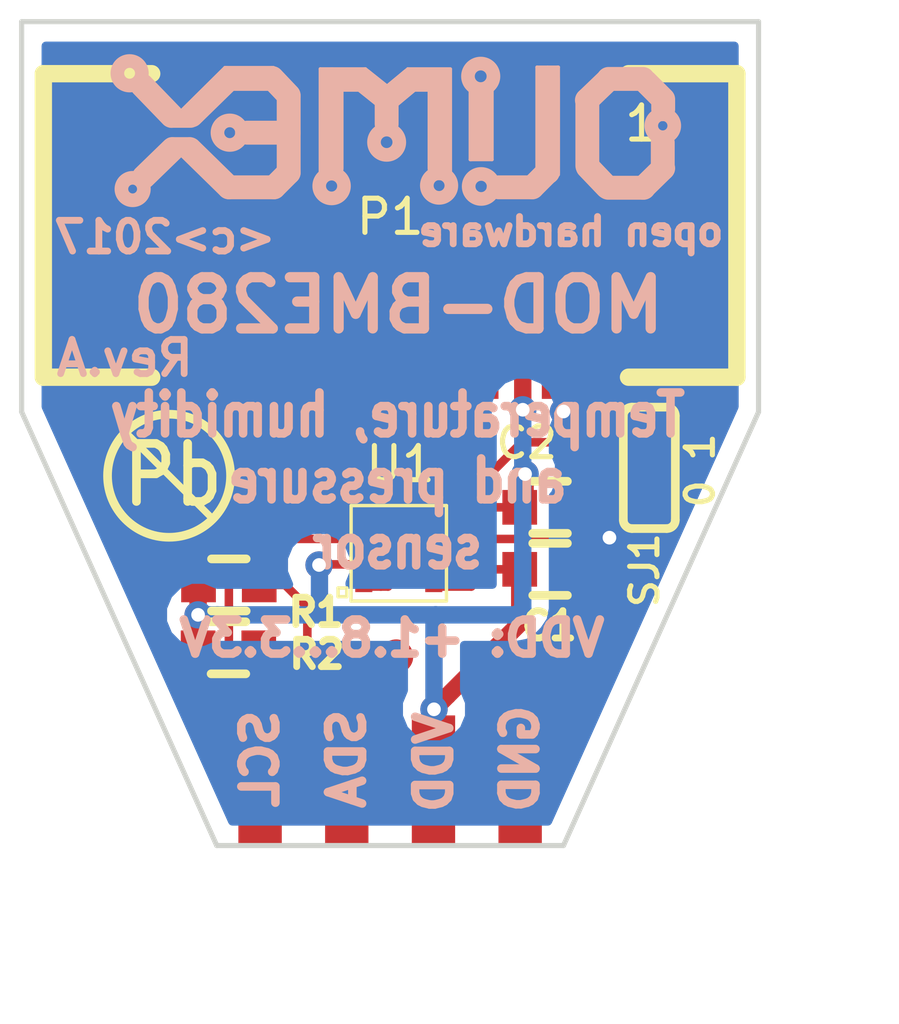
<source format=kicad_pcb>
(kicad_pcb (version 20170123) (host pcbnew "(2017-04-29 revision a92ea8c75)-master")

  (general
    (links 22)
    (no_connects 0)
    (area 93.98 65.8318 120.487381 96.2917)
    (thickness 1.6)
    (drawings 17)
    (tracks 102)
    (zones 0)
    (modules 13)
    (nets 12)
  )

  (page A4)
  (layers
    (0 F.Cu signal)
    (31 B.Cu signal)
    (32 B.Adhes user)
    (33 F.Adhes user)
    (34 B.Paste user)
    (35 F.Paste user)
    (36 B.SilkS user)
    (37 F.SilkS user)
    (38 B.Mask user)
    (39 F.Mask user)
    (40 Dwgs.User user)
    (41 Cmts.User user)
    (42 Eco1.User user)
    (43 Eco2.User user)
    (44 Edge.Cuts user)
    (45 Margin user)
    (46 B.CrtYd user)
    (47 F.CrtYd user)
    (48 B.Fab user)
    (49 F.Fab user)
  )

  (setup
    (last_trace_width 0.25)
    (user_trace_width 0.508)
    (user_trace_width 1.27)
    (trace_clearance 0.2)
    (zone_clearance 0.508)
    (zone_45_only no)
    (trace_min 0.2)
    (segment_width 0.2)
    (edge_width 0.15)
    (via_size 0.8)
    (via_drill 0.4)
    (via_min_size 0.4)
    (via_min_drill 0.3)
    (uvia_size 0.3)
    (uvia_drill 0.1)
    (uvias_allowed no)
    (uvia_min_size 0.2)
    (uvia_min_drill 0.1)
    (pcb_text_width 0.3)
    (pcb_text_size 1.5 1.5)
    (mod_edge_width 0.15)
    (mod_text_size 1 1)
    (mod_text_width 0.15)
    (pad_size 1.524 1.524)
    (pad_drill 0.762)
    (pad_to_mask_clearance 0.2)
    (aux_axis_origin 0 0)
    (visible_elements FFFFFF7F)
    (pcbplotparams
      (layerselection 0x00008_7ffffffe)
      (usegerberextensions false)
      (excludeedgelayer false)
      (linewidth 0.600000)
      (plotframeref false)
      (viasonmask false)
      (mode 1)
      (useauxorigin false)
      (hpglpennumber 1)
      (hpglpenspeed 20)
      (hpglpendiameter 15)
      (psnegative false)
      (psa4output false)
      (plotreference true)
      (plotvalue false)
      (plotinvisibletext false)
      (padsonsilk false)
      (subtractmaskfromsilk false)
      (outputformat 1)
      (mirror false)
      (drillshape 0)
      (scaleselection 1)
      (outputdirectory ""))
  )

  (net 0 "")
  (net 1 "Net-(C1-Pad1)")
  (net 2 GND)
  (net 3 "Net-(P1-Pad3)")
  (net 4 "Net-(P1-Pad4)")
  (net 5 "Net-(P1-Pad7)")
  (net 6 "Net-(P1-Pad8)")
  (net 7 "Net-(P1-Pad9)")
  (net 8 "Net-(P1-Pad10)")
  (net 9 /SCL)
  (net 10 /SDA)
  (net 11 "Net-(SJ1-Pad2)")

  (net_class Default "This is the default net class."
    (clearance 0.2)
    (trace_width 0.25)
    (via_dia 0.8)
    (via_drill 0.4)
    (uvia_dia 0.3)
    (uvia_drill 0.1)
    (add_net /SCL)
    (add_net /SDA)
    (add_net GND)
    (add_net "Net-(C1-Pad1)")
    (add_net "Net-(P1-Pad10)")
    (add_net "Net-(P1-Pad3)")
    (add_net "Net-(P1-Pad4)")
    (add_net "Net-(P1-Pad7)")
    (add_net "Net-(P1-Pad8)")
    (add_net "Net-(P1-Pad9)")
    (add_net "Net-(SJ1-Pad2)")
  )

  (module UEXTM-SMD (layer F.Cu) (tedit 5964ABE7) (tstamp 5874C009)
    (at 105.41 72.643222)
    (path /59B630E2)
    (attr smd)
    (fp_text reference P1 (at 0 -0.253222) (layer F.SilkS)
      (effects (font (size 1 1) (thickness 0.15)))
    )
    (fp_text value Conn_02x05_Odd_Even (at 6.35 6.985) (layer F.Fab)
      (effects (font (size 1 1) (thickness 0.15)))
    )
    (fp_line (start -10.16 -4.445) (end -6.985 -4.445) (layer F.SilkS) (width 0.508))
    (fp_line (start 10.16 -4.445) (end 6.985 -4.445) (layer F.SilkS) (width 0.508))
    (fp_line (start 6.985 4.445) (end 10.16 4.445) (layer F.SilkS) (width 0.508))
    (fp_line (start -10.16 4.445) (end -6.985 4.445) (layer F.SilkS) (width 0.508))
    (fp_line (start -10.16 -4.445) (end -10.16 4.445) (layer F.SilkS) (width 0.508))
    (fp_line (start 10.16 -4.445) (end 10.16 4.445) (layer F.SilkS) (width 0.508))
    (fp_text user 1 (at 7.366 -2.9845) (layer F.SilkS)
      (effects (font (size 1 1) (thickness 0.15)))
    )
    (pad 1 smd rect (at 5.08 -3.175) (size 1.27 3.81) (layers F.Cu F.Paste F.Mask)
      (net 1 "Net-(C1-Pad1)") (solder_mask_margin 0.0508) (solder_paste_margin 0.0508) (clearance 0.0508))
    (pad 2 smd rect (at 5.08 3.175) (size 1.27 3.81) (layers F.Cu F.Paste F.Mask)
      (net 2 GND) (solder_mask_margin 0.0508) (solder_paste_margin 0.0508) (clearance 0.0508))
    (pad 3 smd rect (at 2.54 -3.175) (size 1.27 3.81) (layers F.Cu F.Paste F.Mask)
      (net 3 "Net-(P1-Pad3)") (solder_mask_margin 0.0508) (solder_paste_margin 0.0508) (clearance 0.0508))
    (pad 4 smd rect (at 2.54 3.175) (size 1.27 3.81) (layers F.Cu F.Paste F.Mask)
      (net 4 "Net-(P1-Pad4)") (solder_mask_margin 0.0508) (solder_paste_margin 0.0508) (clearance 0.0508))
    (pad 5 smd rect (at 0 -3.175) (size 1.27 3.81) (layers F.Cu F.Paste F.Mask)
      (net 9 /SCL) (solder_mask_margin 0.0508) (solder_paste_margin 0.0508) (clearance 0.0508))
    (pad 6 smd rect (at 0 3.175) (size 1.27 3.81) (layers F.Cu F.Paste F.Mask)
      (net 10 /SDA) (solder_mask_margin 0.0508) (solder_paste_margin 0.0508) (clearance 0.0508))
    (pad 7 smd rect (at -2.54 -3.175) (size 1.27 3.81) (layers F.Cu F.Paste F.Mask)
      (net 5 "Net-(P1-Pad7)") (solder_mask_margin 0.0508) (solder_paste_margin 0.0508) (clearance 0.0508))
    (pad 8 smd rect (at -2.54 3.175) (size 1.27 3.81) (layers F.Cu F.Paste F.Mask)
      (net 6 "Net-(P1-Pad8)") (solder_mask_margin 0.0508) (solder_paste_margin 0.0508) (clearance 0.0508))
    (pad 9 smd rect (at -5.08 -3.175) (size 1.27 3.81) (layers F.Cu F.Paste F.Mask)
      (net 7 "Net-(P1-Pad9)") (solder_mask_margin 0.0508) (solder_paste_margin 0.0508) (clearance 0.0508))
    (pad 10 smd rect (at -5.08 3.175) (size 1.27 3.81) (layers F.Cu F.Paste F.Mask)
      (net 8 "Net-(P1-Pad10)") (solder_mask_margin 0.0508) (solder_paste_margin 0.0508) (clearance 0.0508))
  )

  (module BME280 (layer F.Cu) (tedit 5964A7FF) (tstamp 59655EA8)
    (at 105.664 82.2452 180)
    (path /59648E20)
    (fp_text reference U1 (at -0.0471 2.611 180) (layer F.SilkS)
      (effects (font (size 1 1) (thickness 0.15)))
    )
    (fp_text value BME280 (at 0 -12.954 180) (layer F.Fab)
      (effects (font (size 1 1) (thickness 0.15)))
    )
    (fp_line (start -1.25 -1.25) (end 1.25 -1.25) (layer F.Fab) (width 0.1))
    (fp_line (start 1.25 -1.25) (end 1.25 1.25) (layer F.Fab) (width 0.1))
    (fp_line (start 1.25 1.25) (end -1.25 1.25) (layer F.Fab) (width 0.1))
    (fp_line (start -1.25 1.25) (end -1.25 -1.25) (layer F.Fab) (width 0.1))
    (fp_line (start 1.524 -1.27) (end 1.524 -1.016) (layer F.SilkS) (width 0.1))
    (fp_line (start 1.524 -1.016) (end 1.778 -1.016) (layer F.SilkS) (width 0.1))
    (fp_line (start 1.778 -1.016) (end 1.778 -1.27) (layer F.SilkS) (width 0.1))
    (fp_line (start 1.778 -1.27) (end 1.524 -1.27) (layer F.SilkS) (width 0.1))
    (fp_line (start -1.397 -1.397) (end 1.397 -1.397) (layer F.SilkS) (width 0.1))
    (fp_line (start 1.397 -1.397) (end 1.397 1.397) (layer F.SilkS) (width 0.1))
    (fp_line (start 1.397 1.397) (end -1.397 1.397) (layer F.SilkS) (width 0.1))
    (fp_line (start -1.397 1.397) (end -1.397 -1.397) (layer F.SilkS) (width 0.1))
    (pad 1 smd rect (at 1.025 -0.975 180) (size 0.5 0.325) (layers F.Cu F.Paste F.Mask)
      (net 2 GND) (solder_mask_margin 0.05))
    (pad 2 smd rect (at 1.025 -0.325 180) (size 0.5 0.325) (layers F.Cu F.Paste F.Mask)
      (net 1 "Net-(C1-Pad1)") (solder_mask_margin 0.05))
    (pad 3 smd rect (at 1.025 0.325 180) (size 0.5 0.325) (layers F.Cu F.Paste F.Mask)
      (net 10 /SDA) (solder_mask_margin 0.05))
    (pad 4 smd rect (at 1.025 0.975 180) (size 0.5 0.325) (layers F.Cu F.Paste F.Mask)
      (net 9 /SCL) (solder_mask_margin 0.05))
    (pad 5 smd rect (at -1.025 0.975 180) (size 0.5 0.325) (layers F.Cu F.Paste F.Mask)
      (net 11 "Net-(SJ1-Pad2)") (solder_mask_margin 0.05))
    (pad 6 smd rect (at -1.025 0.325 180) (size 0.5 0.325) (layers F.Cu F.Paste F.Mask)
      (net 1 "Net-(C1-Pad1)") (solder_mask_margin 0.05))
    (pad 7 smd rect (at -1.025 -0.325 180) (size 0.5 0.325) (layers F.Cu F.Paste F.Mask)
      (net 2 GND) (solder_mask_margin 0.05))
    (pad 8 smd rect (at -1.025 -0.975 180) (size 0.5 0.325) (layers F.Cu F.Paste F.Mask)
      (net 1 "Net-(C1-Pad1)") (solder_mask_margin 0.05))
  )

  (module OLIMEX_LOGOs-FP:LOGO_PBFREE (layer F.Cu) (tedit 553A2F23) (tstamp 5874C1B5)
    (at 99.1362 80.2894)
    (fp_text reference "" (at -0.2794 -3.52552) (layer F.Fab)
      (effects (font (size 1 1) (thickness 0.15)))
    )
    (fp_text value "" (at 0.05588 3.15214) (layer F.Fab)
      (effects (font (size 1 1) (thickness 0.15)))
    )
    (fp_circle (center -0.2032 -0.31496) (end 0.90678 -1.73482) (layer F.SilkS) (width 0.254))
    (fp_line (start -1.36398 -1.47828) (end 1.06934 0.94234) (layer F.SilkS) (width 0.2))
    (fp_text user Pb (at -0.08636 -0.33528) (layer F.SilkS)
      (effects (font (size 1.7 1.5) (thickness 0.254)))
    )
  )

  (module OLIMEX_Connectors-FP:SIP4_SMD (layer F.Cu) (tedit 5874BE03) (tstamp 5874C011)
    (at 105.41 88.9 180)
    (path /59B63183)
    (attr smd)
    (fp_text reference P2 (at 0 -3.175 180) (layer F.SilkS) hide
      (effects (font (size 1 1) (thickness 0.15)))
    )
    (fp_text value Conn_01x04 (at 3.175 3.175 180) (layer F.Fab)
      (effects (font (size 1 1) (thickness 0.15)))
    )
    (pad 1 smd rect (at -3.81 0 180) (size 1.27 3.81) (layers F.Cu F.Mask)
      (net 2 GND) (solder_mask_margin 0.0508) (solder_paste_margin -0.0508) (clearance 0.0508))
    (pad 2 smd rect (at -1.27 0 180) (size 1.27 3.81) (layers F.Cu F.Mask)
      (net 1 "Net-(C1-Pad1)") (solder_mask_margin 0.0508) (solder_paste_margin -0.0508) (clearance 0.0508))
    (pad 3 smd rect (at 1.27 0 180) (size 1.27 3.81) (layers F.Cu F.Mask)
      (net 10 /SDA) (solder_mask_margin 0.0508) (solder_paste_margin -0.0508) (clearance 0.0508))
    (pad 4 smd rect (at 3.81 0 180) (size 1.27 3.81) (layers F.Cu F.Mask)
      (net 9 /SCL) (solder_mask_margin 0.0508) (solder_paste_margin -0.0508) (clearance 0.0508))
  )

  (module OLIMEX_LOGOs-FP:OLIMEX_LOGO_TB (layer B.Cu) (tedit 5530FAE4) (tstamp 5874C10C)
    (at 105.41 69.85 180)
    (fp_text reference "" (at -2.4003 3.0607 180) (layer B.Fab) hide
      (effects (font (size 1 1) (thickness 0.15)) (justify mirror))
    )
    (fp_text value "" (at -1.6637 -3.7084 180) (layer B.Fab) hide
      (effects (font (size 1 1) (thickness 0.15)) (justify mirror))
    )
    (fp_circle (center -7.9883 0.127) (end -7.6708 0.2413) (layer B.SilkS) (width 0.4))
    (fp_line (start -8.001 0.9017) (end -7.493 1.4097) (layer B.SilkS) (width 0.7))
    (fp_line (start -6.4008 1.4859) (end -5.7658 0.8763) (layer B.SilkS) (width 0.7))
    (fp_line (start -5.7912 -1.0795) (end -6.35 -1.6637) (layer B.SilkS) (width 0.7))
    (fp_line (start -4.1656 -1.6764) (end -4.6228 -1.2192) (layer B.SilkS) (width 0.7))
    (fp_line (start -3.1798 -1.6764) (end -4.1656 -1.6764) (layer B.SilkS) (width 0.7))
    (fp_circle (center -2.667 -1.651) (end -2.4638 -1.3462) (layer B.SilkS) (width 0.4))
    (fp_line (start -2.667 1.0414) (end -2.667 -0.5588) (layer B.SilkS) (width 0.7))
    (fp_circle (center -2.6543 1.5748) (end -2.54 1.9304) (layer B.SilkS) (width 0.4))
    (fp_circle (center -1.4351 -1.6256) (end -1.1938 -1.3589) (layer B.SilkS) (width 0.4))
    (fp_line (start -1.4478 -1.1176) (end -1.4478 1.4732) (layer B.SilkS) (width 0.7))
    (fp_line (start -1.4478 1.4732) (end -0.6096 1.4732) (layer B.SilkS) (width 0.7))
    (fp_line (start -0.6096 1.4732) (end 0 0.9652) (layer B.SilkS) (width 0.7))
    (fp_line (start 0.1016 0.1778) (end 0.1016 0.889) (layer B.SilkS) (width 0.7))
    (fp_line (start 0.1778 0.9652) (end 0.8128 1.4732) (layer B.SilkS) (width 0.7))
    (fp_circle (center 0.1016 -0.3556) (end 0.3302 -0.0635) (layer B.SilkS) (width 0.4))
    (fp_line (start 0.8128 1.4732) (end 1.7018 1.4732) (layer B.SilkS) (width 0.7))
    (fp_circle (center 1.7145 -1.6383) (end 1.9304 -1.3462) (layer B.SilkS) (width 0.4))
    (fp_circle (center 7.5438 -1.7272) (end 7.8359 -1.5748) (layer B.SilkS) (width 0.4))
    (fp_line (start 7.2136 -1.3716) (end 6.3754 -0.5588) (layer B.SilkS) (width 0.7))
    (fp_line (start 5.8674 -0.4572) (end 6.4008 -0.4572) (layer B.SilkS) (width 0.5))
    (fp_line (start 4.7244 -1.6764) (end 5.8674 -0.5588) (layer B.SilkS) (width 0.7))
    (fp_line (start 3.4036 -1.6764) (end 4.7244 -1.6764) (layer B.SilkS) (width 0.7))
    (fp_line (start 2.9718 -1.2446) (end 3.4036 -1.6764) (layer B.SilkS) (width 0.7))
    (fp_line (start 2.9718 0.9906) (end 2.9718 -1.2446) (layer B.SilkS) (width 0.7))
    (fp_line (start 2.9718 1.016) (end 3.4544 1.524) (layer B.SilkS) (width 0.7))
    (fp_line (start 3.5025 1.4986) (end 4.7244 1.4986) (layer B.SilkS) (width 0.7))
    (fp_line (start 4.7244 1.4986) (end 5.8166 0.4318) (layer B.SilkS) (width 0.7))
    (fp_line (start 5.842 0.3175) (end 6.4008 0.3175) (layer B.SilkS) (width 0.5))
    (fp_line (start 7.2644 1.3081) (end 6.4008 0.4144) (layer B.SilkS) (width 0.7))
    (fp_circle (center 7.6327 1.6637) (end 7.9375 1.8542) (layer B.SilkS) (width 0.4))
    (fp_line (start 4.191 -0.0762) (end 2.9718 -0.0762) (layer B.SilkS) (width 0.7))
    (fp_circle (center 4.699 -0.0762) (end 4.9657 0.1651) (layer B.SilkS) (width 0.4))
    (fp_line (start -7.4295 -1.6891) (end -6.3881 -1.6891) (layer B.SilkS) (width 0.7))
    (fp_line (start -7.9883 -1.1303) (end -7.9883 -0.3683) (layer B.SilkS) (width 0.7))
    (fp_line (start -8.001 -1.1176) (end -7.4168 -1.6891) (layer B.SilkS) (width 0.7))
    (fp_line (start -8.001 0.8509) (end -8.001 0.6096) (layer B.SilkS) (width 0.7))
    (fp_line (start -5.7785 0.889) (end -5.7785 -1.0414) (layer B.SilkS) (width 0.7))
    (fp_line (start -6.4008 1.4986) (end -7.4041 1.4986) (layer B.SilkS) (width 0.7))
    (fp_line (start 1.7145 1.4859) (end 1.7145 -1.1176) (layer B.SilkS) (width 0.7))
    (fp_line (start -4.6228 -1.2319) (end -4.6228 1.4986) (layer B.SilkS) (width 0.7))
    (fp_line (start -4.6228 1.8415) (end -4.9022 1.8415) (layer B.SilkS) (width 0.1))
    (fp_line (start -4.9276 1.8415) (end -4.9276 -1.3081) (layer B.SilkS) (width 0.1))
    (fp_line (start -4.9149 1.8415) (end -4.9276 1.8415) (layer B.SilkS) (width 0.1))
    (fp_line (start -4.9022 1.8415) (end -4.9149 1.8415) (layer B.SilkS) (width 0.1))
    (fp_line (start -4.7879 1.7526) (end -4.8514 1.7653) (layer B.SilkS) (width 0.1))
    (fp_line (start -4.3053 1.8415) (end -4.3053 -1.1938) (layer B.SilkS) (width 0.1))
    (fp_line (start -4.6101 1.8415) (end -4.3053 1.8415) (layer B.SilkS) (width 0.1))
    (fp_line (start -4.4831 1.7653) (end -4.3688 1.7653) (layer B.SilkS) (width 0.1))
    (fp_line (start -2.9845 1.1557) (end -2.9845 -0.8636) (layer B.SilkS) (width 0.1))
    (fp_line (start -2.3495 -0.8636) (end -2.3495 1.1557) (layer B.SilkS) (width 0.1))
    (fp_line (start -2.3749 -0.8636) (end -2.3495 -0.8636) (layer B.SilkS) (width 0.1))
    (fp_line (start -2.9845 -0.8636) (end -2.3749 -0.8636) (layer B.SilkS) (width 0.1))
    (fp_line (start -2.8448 -0.8001) (end -2.9083 -0.8001) (layer B.SilkS) (width 0.1))
    (fp_line (start -2.5019 -0.8001) (end -2.413 -0.8001) (layer B.SilkS) (width 0.1))
    (fp_line (start -1.7653 -1.2065) (end -1.7653 1.778) (layer B.SilkS) (width 0.1))
    (fp_line (start -0.5207 1.7907) (end 0.0635 1.3081) (layer B.SilkS) (width 0.1))
    (fp_line (start -1.7653 1.7907) (end -0.5207 1.7907) (layer B.SilkS) (width 0.1))
    (fp_line (start -1.6129 1.7272) (end -1.6891 1.7272) (layer B.SilkS) (width 0.1))
    (fp_line (start 2.0447 -1.2319) (end 2.0447 1.778) (layer B.SilkS) (width 0.1))
    (fp_line (start 0.7239 1.7907) (end 0.1016 1.2954) (layer B.SilkS) (width 0.1))
    (fp_line (start 0.7493 1.7907) (end 0.7239 1.7907) (layer B.SilkS) (width 0.1))
    (fp_line (start 2.0447 1.7907) (end 0.7493 1.7907) (layer B.SilkS) (width 0.1))
    (fp_line (start 2.0447 1.778) (end 2.0447 1.7907) (layer B.SilkS) (width 0.1))
    (fp_line (start 1.8923 1.7145) (end 1.9939 1.7145) (layer B.SilkS) (width 0.1))
    (fp_line (start 4.8387 1.8288) (end 6.096 0.5842) (layer B.SilkS) (width 0.1))
    (fp_line (start 4.7879 1.8288) (end 4.8387 1.8288) (layer B.SilkS) (width 0.1))
    (fp_line (start 3.4163 1.8288) (end 4.7879 1.8288) (layer B.SilkS) (width 0.1))
  )

  (module OLIMEX_Other-FP:Fiducial1x3_transp (layer F.Cu) (tedit 5540CDCA) (tstamp 5874C0FF)
    (at 113.538 71.882)
    (attr virtual)
    (fp_text reference "" (at 0 3) (layer F.SilkS)
      (effects (font (size 1 1) (thickness 0.15)))
    )
    (fp_text value "" (at 0 -3) (layer F.Fab)
      (effects (font (size 1 1) (thickness 0.15)))
    )
    (fp_circle (center 0 0) (end 1.5 0) (layer Dwgs.User) (width 0.254))
    (pad Fid1 connect circle (at 0 0) (size 1 1) (layers F.Cu F.Mask)
      (solder_mask_margin 0.127) (clearance 1.016) (zone_connect 0))
  )

  (module OLIMEX_Other-FP:Fiducial1x3_transp (layer F.Cu) (tedit 5540CDCA) (tstamp 5874C0FE)
    (at 105.5878 85.2678)
    (attr virtual)
    (fp_text reference "" (at 0 3) (layer F.SilkS)
      (effects (font (size 1 1) (thickness 0.15)))
    )
    (fp_text value "" (at 0 -3) (layer F.Fab)
      (effects (font (size 1 1) (thickness 0.15)))
    )
    (fp_circle (center 0 0) (end 1.5 0) (layer Dwgs.User) (width 0.254))
    (pad Fid1 connect circle (at 0 0) (size 1 1) (layers F.Cu F.Mask)
      (solder_mask_margin 0.127) (clearance 1.016) (zone_connect 0))
  )

  (module OLIMEX_Other-FP:Fiducial1x3_transp (layer F.Cu) (tedit 5540CDCA) (tstamp 5874C0FD)
    (at 97.282 70.104)
    (attr virtual)
    (fp_text reference "" (at 0 3) (layer F.SilkS)
      (effects (font (size 1 1) (thickness 0.15)))
    )
    (fp_text value "" (at 0 -3) (layer F.Fab)
      (effects (font (size 1 1) (thickness 0.15)))
    )
    (fp_circle (center 0 0) (end 1.5 0) (layer Dwgs.User) (width 0.254))
    (pad Fid1 connect circle (at 0 0) (size 1 1) (layers F.Cu F.Mask)
      (solder_mask_margin 0.127) (clearance 1.016) (zone_connect 0))
  )

  (module OLIMEX_RLC-FP:C_0603_5MIL_DWS (layer F.Cu) (tedit 5874BDCB) (tstamp 5874BFFB)
    (at 110.0963 82.7151)
    (descr "Resistor SMD 0603, reflow soldering, Vishay (see dcrcw.pdf)")
    (tags "resistor 0603")
    (path /5874A903)
    (attr smd)
    (fp_text reference C1 (at -0.0254 1.651) (layer F.SilkS)
      (effects (font (size 0.8 0.8) (thickness 0.2)))
    )
    (fp_text value 100nF (at 0.127 1.778) (layer F.Fab)
      (effects (font (size 1.27 1.27) (thickness 0.254)))
    )
    (fp_line (start 0.762 -0.381) (end 0 -0.381) (layer F.Fab) (width 0.15))
    (fp_line (start 0.762 0.381) (end 0.762 -0.381) (layer F.Fab) (width 0.15))
    (fp_line (start -0.762 0.381) (end 0.762 0.381) (layer F.Fab) (width 0.15))
    (fp_line (start -0.762 -0.381) (end -0.762 0.381) (layer F.Fab) (width 0.15))
    (fp_line (start 0 -0.381) (end -0.762 -0.381) (layer F.Fab) (width 0.15))
    (fp_line (start 0.508 -0.762) (end 1.651 -0.762) (layer Dwgs.User) (width 0.254))
    (fp_line (start 1.651 -0.762) (end 1.651 0.762) (layer Dwgs.User) (width 0.254))
    (fp_line (start 1.651 0.762) (end 0.508 0.762) (layer Dwgs.User) (width 0.254))
    (fp_line (start -0.508 -0.762) (end -1.651 -0.762) (layer Dwgs.User) (width 0.254))
    (fp_line (start -1.651 -0.762) (end -1.651 0.762) (layer Dwgs.User) (width 0.254))
    (fp_line (start -1.651 0.762) (end -0.508 0.762) (layer Dwgs.User) (width 0.254))
    (fp_line (start -0.508 0.762) (end 0.508 0.762) (layer F.SilkS) (width 0.254))
    (fp_line (start -0.508 -0.762) (end 0.508 -0.762) (layer F.SilkS) (width 0.254))
    (pad 1 smd rect (at -0.889 0) (size 1.016 1.016) (layers F.Cu F.Paste F.Mask)
      (net 1 "Net-(C1-Pad1)") (solder_mask_margin 0.0508) (clearance 0.0508))
    (pad 2 smd rect (at 0.889 0) (size 1.016 1.016) (layers F.Cu F.Paste F.Mask)
      (net 2 GND) (solder_mask_margin 0.0508) (clearance 0.0508))
    (model Resistors_SMD/R_0603.wrl
      (at (xyz 0 0 0))
      (scale (xyz 1 1 1))
      (rotate (xyz 0 0 0))
    )
  )

  (module OLIMEX_RLC-FP:R_0603_5MIL_DWS (layer F.Cu) (tedit 5874BDAE) (tstamp 5874C017)
    (at 100.6729 85.0138)
    (descr "Resistor SMD 0603, reflow soldering, Vishay (see dcrcw.pdf)")
    (tags "resistor 0603")
    (path /5874A929)
    (attr smd)
    (fp_text reference R1 (at 2.5654 -1.0414) (layer F.SilkS)
      (effects (font (size 0.8 0.8) (thickness 0.2)))
    )
    (fp_text value 4.7K (at 0.127 1.778) (layer F.Fab)
      (effects (font (size 1.27 1.27) (thickness 0.254)))
    )
    (fp_line (start 0.762 -0.381) (end 0 -0.381) (layer F.Fab) (width 0.127))
    (fp_line (start 0.762 0.381) (end 0.762 -0.381) (layer F.Fab) (width 0.127))
    (fp_line (start -0.762 0.381) (end 0.762 0.381) (layer F.Fab) (width 0.127))
    (fp_line (start -0.762 -0.381) (end -0.762 0.381) (layer F.Fab) (width 0.127))
    (fp_line (start 0 -0.381) (end -0.762 -0.381) (layer F.Fab) (width 0.127))
    (fp_line (start 0.508 -0.762) (end 1.651 -0.762) (layer Dwgs.User) (width 0.254))
    (fp_line (start 1.651 -0.762) (end 1.651 0.762) (layer Dwgs.User) (width 0.254))
    (fp_line (start 1.651 0.762) (end 0.508 0.762) (layer Dwgs.User) (width 0.254))
    (fp_line (start -0.508 -0.762) (end -1.651 -0.762) (layer Dwgs.User) (width 0.254))
    (fp_line (start -1.651 -0.762) (end -1.651 0.762) (layer Dwgs.User) (width 0.254))
    (fp_line (start -1.651 0.762) (end -0.508 0.762) (layer Dwgs.User) (width 0.254))
    (fp_line (start -0.508 0.762) (end 0.508 0.762) (layer F.SilkS) (width 0.254))
    (fp_line (start -0.508 -0.762) (end 0.508 -0.762) (layer F.SilkS) (width 0.254))
    (pad 1 smd rect (at -0.889 0) (size 1.016 1.016) (layers F.Cu F.Paste F.Mask)
      (net 1 "Net-(C1-Pad1)") (solder_mask_margin 0.0508))
    (pad 2 smd rect (at 0.889 0) (size 1.016 1.016) (layers F.Cu F.Paste F.Mask)
      (net 9 /SCL) (solder_mask_margin 0.0508))
    (model Resistors_SMD/R_0603.wrl
      (at (xyz 0 0 0))
      (scale (xyz 1 1 1))
      (rotate (xyz 0 0 0))
    )
  )

  (module OLIMEX_RLC-FP:R_0603_5MIL_DWS (layer F.Cu) (tedit 5874BDBB) (tstamp 5874C01D)
    (at 100.6856 83.1723)
    (descr "Resistor SMD 0603, reflow soldering, Vishay (see dcrcw.pdf)")
    (tags "resistor 0603")
    (path /5874A969)
    (attr smd)
    (fp_text reference R2 (at 2.5781 2.032) (layer F.SilkS)
      (effects (font (size 0.8 0.8) (thickness 0.2)))
    )
    (fp_text value 4.7K (at 0.127 1.778) (layer F.Fab)
      (effects (font (size 1.27 1.27) (thickness 0.254)))
    )
    (fp_line (start -0.508 -0.762) (end 0.508 -0.762) (layer F.SilkS) (width 0.254))
    (fp_line (start -0.508 0.762) (end 0.508 0.762) (layer F.SilkS) (width 0.254))
    (fp_line (start -1.651 0.762) (end -0.508 0.762) (layer Dwgs.User) (width 0.254))
    (fp_line (start -1.651 -0.762) (end -1.651 0.762) (layer Dwgs.User) (width 0.254))
    (fp_line (start -0.508 -0.762) (end -1.651 -0.762) (layer Dwgs.User) (width 0.254))
    (fp_line (start 1.651 0.762) (end 0.508 0.762) (layer Dwgs.User) (width 0.254))
    (fp_line (start 1.651 -0.762) (end 1.651 0.762) (layer Dwgs.User) (width 0.254))
    (fp_line (start 0.508 -0.762) (end 1.651 -0.762) (layer Dwgs.User) (width 0.254))
    (fp_line (start 0 -0.381) (end -0.762 -0.381) (layer F.Fab) (width 0.127))
    (fp_line (start -0.762 -0.381) (end -0.762 0.381) (layer F.Fab) (width 0.127))
    (fp_line (start -0.762 0.381) (end 0.762 0.381) (layer F.Fab) (width 0.127))
    (fp_line (start 0.762 0.381) (end 0.762 -0.381) (layer F.Fab) (width 0.127))
    (fp_line (start 0.762 -0.381) (end 0 -0.381) (layer F.Fab) (width 0.127))
    (pad 2 smd rect (at 0.889 0) (size 1.016 1.016) (layers F.Cu F.Paste F.Mask)
      (net 10 /SDA) (solder_mask_margin 0.0508))
    (pad 1 smd rect (at -0.889 0) (size 1.016 1.016) (layers F.Cu F.Paste F.Mask)
      (net 1 "Net-(C1-Pad1)") (solder_mask_margin 0.0508))
    (model Resistors_SMD/R_0603.wrl
      (at (xyz 0 0 0))
      (scale (xyz 1 1 1))
      (rotate (xyz 0 0 0))
    )
  )

  (module OLIMEX_RLC-FP:C_0603_5MIL_DWS (layer F.Cu) (tedit 5943B5DA) (tstamp 59655E7E)
    (at 110.0963 80.899)
    (descr "Resistor SMD 0603, reflow soldering, Vishay (see dcrcw.pdf)")
    (tags "resistor 0603")
    (path /5964984B)
    (attr smd)
    (fp_text reference C2 (at -0.6858 -1.8923) (layer F.SilkS)
      (effects (font (size 0.9 0.9) (thickness 0.15)))
    )
    (fp_text value 100nF (at 0.127 1.778) (layer F.Fab)
      (effects (font (size 1.27 1.27) (thickness 0.254)))
    )
    (fp_line (start 0.762 -0.381) (end 0 -0.381) (layer F.Fab) (width 0.15))
    (fp_line (start 0.762 0.381) (end 0.762 -0.381) (layer F.Fab) (width 0.15))
    (fp_line (start -0.762 0.381) (end 0.762 0.381) (layer F.Fab) (width 0.15))
    (fp_line (start -0.762 -0.381) (end -0.762 0.381) (layer F.Fab) (width 0.15))
    (fp_line (start 0 -0.381) (end -0.762 -0.381) (layer F.Fab) (width 0.15))
    (fp_line (start 0.508 -0.762) (end 1.651 -0.762) (layer F.CrtYd) (width 0.254))
    (fp_line (start 1.651 -0.762) (end 1.651 0.762) (layer F.CrtYd) (width 0.254))
    (fp_line (start 1.651 0.762) (end 0.508 0.762) (layer F.CrtYd) (width 0.254))
    (fp_line (start -0.508 -0.762) (end -1.651 -0.762) (layer F.CrtYd) (width 0.254))
    (fp_line (start -1.651 -0.762) (end -1.651 0.762) (layer F.CrtYd) (width 0.254))
    (fp_line (start -1.651 0.762) (end -0.508 0.762) (layer F.CrtYd) (width 0.254))
    (fp_line (start -0.508 0.762) (end 0.508 0.762) (layer F.SilkS) (width 0.254))
    (fp_line (start -0.508 -0.762) (end 0.508 -0.762) (layer F.SilkS) (width 0.254))
    (pad 1 smd rect (at -0.889 0) (size 1.016 1.016) (layers F.Cu F.Paste F.Mask)
      (net 1 "Net-(C1-Pad1)") (solder_mask_margin 0.0508) (clearance 0.0508))
    (pad 2 smd rect (at 0.889 0) (size 1.016 1.016) (layers F.Cu F.Paste F.Mask)
      (net 2 GND) (solder_mask_margin 0.0508) (clearance 0.0508))
    (model Resistors_SMD/R_0603.wrl
      (at (xyz 0 0 0))
      (scale (xyz 1 1 1))
      (rotate (xyz 0 0 0))
    )
  )

  (module OLIMEX_Jumpers-FP:SJ_2_SMALL_12_TIED (layer F.Cu) (tedit 5964A8CA) (tstamp 59655E90)
    (at 113.0046 79.7433 270)
    (path /59649171)
    (attr smd)
    (fp_text reference SJ1 (at 2.9972 0.1397 270) (layer F.SilkS)
      (effects (font (size 0.8 0.8) (thickness 0.15)))
    )
    (fp_text value "SJ2W_Closed(1-2)" (at -0.077105 1.1765 270) (layer F.Fab)
      (effects (font (size 0.5 0.5) (thickness 0.125)))
    )
    (fp_line (start 1.524 0.762) (end -1.524 0.762) (layer F.SilkS) (width 0.254))
    (fp_line (start 1.778 0.508) (end 1.778 -0.508) (layer F.SilkS) (width 0.254))
    (fp_line (start -1.778 0.508) (end -1.778 -0.508) (layer F.SilkS) (width 0.254))
    (fp_line (start -1.524 -0.762) (end 1.524 -0.762) (layer F.SilkS) (width 0.254))
    (fp_line (start -0.5715 -0.48514) (end -0.5715 0.48514) (layer Dwgs.User) (width 0.254))
    (fp_line (start 0.5715 -0.48514) (end 0.5715 0.48514) (layer Dwgs.User) (width 0.254))
    (fp_line (start -1.143 0) (end 0 0) (layer F.Cu) (width 0.508))
    (fp_arc (start 1.524 -0.508) (end 1.524 -0.762) (angle 90) (layer F.SilkS) (width 0.254))
    (fp_arc (start -1.524 -0.508) (end -1.778 -0.508) (angle 90) (layer F.SilkS) (width 0.254))
    (fp_arc (start -1.524 0.508) (end -1.524 0.762) (angle 90) (layer F.SilkS) (width 0.254))
    (fp_arc (start 1.524 0.508) (end 1.778 0.508) (angle 90) (layer F.SilkS) (width 0.254))
    (pad 1 smd rect (at -1.143 0 270) (size 0.762 1.016) (layers F.Cu F.Mask)
      (net 1 "Net-(C1-Pad1)") (solder_mask_margin 0.0508) (solder_paste_margin -0.0508) (clearance 0.0508))
    (pad 2 smd rect (at 0 0 270) (size 0.762 1.016) (layers F.Cu F.Mask)
      (net 11 "Net-(SJ1-Pad2)") (solder_mask_margin 0.0508) (solder_paste_margin -0.0508) (clearance 0.0508))
    (pad 3 smd rect (at 1.143 0 270) (size 0.762 1.016) (layers F.Cu F.Mask)
      (net 2 GND) (solder_mask_margin 0.0508) (solder_paste_margin -0.0508) (clearance 0.0508))
  )

  (gr_text "0 1" (at 114.4905 79.8195 90) (layer F.SilkS)
    (effects (font (size 0.8 0.8) (thickness 0.15)))
  )
  (gr_text "VDD: +1.8...3.3V" (at 105.4608 84.7344) (layer B.SilkS)
    (effects (font (size 1 1) (thickness 0.25)) (justify mirror))
  )
  (gr_text <c>2017 (at 98.806 72.9869) (layer B.SilkS)
    (effects (font (size 0.9 0.9) (thickness 0.2)) (justify mirror))
  )
  (gr_text Rev.A (at 97.6376 76.5302) (layer B.SilkS)
    (effects (font (size 1 1) (thickness 0.2)) (justify mirror))
  )
  (gr_text "open hardware" (at 110.7059 72.8218) (layer B.SilkS)
    (effects (font (size 0.8 0.8) (thickness 0.2)) (justify mirror))
  )
  (gr_text SCL (at 101.6 88.265 90) (layer B.SilkS) (tstamp 5874C1A3)
    (effects (font (size 1 1) (thickness 0.25)) (justify mirror))
  )
  (gr_text SDA (at 104.14 88.265 90) (layer B.SilkS) (tstamp 5874C1A0)
    (effects (font (size 1 1) (thickness 0.25)) (justify mirror))
  )
  (gr_text VDD (at 106.6927 88.3666 90) (layer B.SilkS) (tstamp 5874C19A)
    (effects (font (size 1 1) (thickness 0.25)) (justify mirror))
  )
  (gr_text GND (at 109.22 88.265 90) (layer B.SilkS)
    (effects (font (size 1 1) (thickness 0.25)) (justify mirror))
  )
  (gr_text "Temperature, humidity\nand pressure\nsensor" (at 105.6259 80.1243) (layer B.SilkS)
    (effects (font (size 1.2 1) (thickness 0.25)) (justify mirror))
  )
  (gr_text MOD-BME280 (at 105.6513 74.9808) (layer B.SilkS)
    (effects (font (size 1.5 1.5) (thickness 0.3)) (justify mirror))
  )
  (gr_line (start 94.615 78.105) (end 94.615 66.675) (layer Edge.Cuts) (width 0.15))
  (gr_line (start 100.33 90.805) (end 94.615 78.105) (layer Edge.Cuts) (width 0.15))
  (gr_line (start 110.49 90.805) (end 100.33 90.805) (layer Edge.Cuts) (width 0.15))
  (gr_line (start 116.205 78.105) (end 110.49 90.805) (layer Edge.Cuts) (width 0.15))
  (gr_line (start 116.205 66.675) (end 116.205 78.105) (layer Edge.Cuts) (width 0.15))
  (gr_line (start 94.615 66.675) (end 116.205 66.675) (layer Edge.Cuts) (width 0.15))

  (segment (start 106.689 83.2202) (end 107.7878 83.2202) (width 0.25) (layer F.Cu) (net 1))
  (segment (start 107.7878 83.2202) (end 108.2929 82.7151) (width 0.25) (layer F.Cu) (net 1))
  (segment (start 108.2929 82.7151) (end 109.2073 82.7151) (width 0.25) (layer F.Cu) (net 1))
  (segment (start 109.2073 84.303278) (end 107.095306 86.415272) (width 0.508) (layer F.Cu) (net 1))
  (segment (start 109.2073 82.7151) (end 109.2073 84.303278) (width 0.508) (layer F.Cu) (net 1))
  (segment (start 106.695307 88.884693) (end 106.695307 87.380956) (width 0.508) (layer F.Cu) (net 1))
  (segment (start 106.68 88.9) (end 106.695307 88.884693) (width 0.508) (layer F.Cu) (net 1))
  (segment (start 106.695307 86.249586) (end 106.695307 86.815271) (width 0.508) (layer B.Cu) (net 1))
  (segment (start 106.695307 84.096793) (end 106.695307 86.249586) (width 0.508) (layer B.Cu) (net 1))
  (segment (start 106.7435 84.0486) (end 106.695307 84.096793) (width 0.508) (layer B.Cu) (net 1))
  (segment (start 107.095306 86.415272) (end 106.695307 86.815271) (width 0.508) (layer F.Cu) (net 1))
  (segment (start 106.695307 87.380956) (end 106.695307 86.815271) (width 0.508) (layer F.Cu) (net 1))
  (via (at 106.695307 86.815271) (size 0.8) (drill 0.4) (layers F.Cu B.Cu) (net 1))
  (segment (start 103.3451 82.5702) (end 103.3272 82.5881) (width 0.25) (layer F.Cu) (net 1))
  (segment (start 104.639 82.5702) (end 103.3451 82.5702) (width 0.25) (layer F.Cu) (net 1))
  (via (at 103.3272 82.5881) (size 0.8) (drill 0.4) (layers F.Cu B.Cu) (net 1))
  (segment (start 103.3399 82.6008) (end 103.3399 84.0486) (width 0.508) (layer B.Cu) (net 1))
  (segment (start 109.364353 79.925753) (end 109.364353 80.741947) (width 0.508) (layer F.Cu) (net 1))
  (segment (start 109.364353 80.741947) (end 109.2073 80.899) (width 0.508) (layer F.Cu) (net 1))
  (segment (start 109.2962 79.8576) (end 109.2962 83.8708) (width 0.508) (layer B.Cu) (net 1))
  (segment (start 109.2962 79.8576) (end 109.364353 79.925753) (width 0.508) (layer B.Cu) (net 1))
  (segment (start 109.2962 78.0415) (end 109.2962 79.8576) (width 0.508) (layer B.Cu) (net 1))
  (via (at 109.364353 79.925753) (size 0.8) (drill 0.4) (layers F.Cu B.Cu) (net 1))
  (segment (start 106.7435 84.0486) (end 103.3399 84.0486) (width 0.508) (layer B.Cu) (net 1))
  (segment (start 103.3399 84.0486) (end 100.349585 84.0486) (width 0.508) (layer B.Cu) (net 1))
  (segment (start 109.1184 84.0486) (end 106.7435 84.0486) (width 0.508) (layer B.Cu) (net 1))
  (segment (start 109.2962 83.8708) (end 109.1184 84.0486) (width 0.508) (layer B.Cu) (net 1))
  (segment (start 100.349585 84.0486) (end 99.7839 84.0486) (width 0.508) (layer B.Cu) (net 1))
  (segment (start 110.49 71.881222) (end 109.2962 73.075022) (width 0.508) (layer F.Cu) (net 1))
  (segment (start 109.2962 73.075022) (end 109.2962 78.0415) (width 0.508) (layer F.Cu) (net 1))
  (via (at 109.2962 78.0415) (size 0.8) (drill 0.4) (layers F.Cu B.Cu) (net 1))
  (segment (start 113.0046 78.6003) (end 113.0046 77.7113) (width 0.508) (layer F.Cu) (net 1))
  (segment (start 113.0046 77.7113) (end 111.911088 76.617788) (width 0.508) (layer F.Cu) (net 1))
  (segment (start 110.49 71.881222) (end 110.49 69.468222) (width 0.508) (layer F.Cu) (net 1))
  (segment (start 111.911088 76.617788) (end 111.911088 73.30231) (width 0.508) (layer F.Cu) (net 1))
  (segment (start 111.911088 73.30231) (end 110.49 71.881222) (width 0.508) (layer F.Cu) (net 1))
  (segment (start 99.7839 84.0486) (end 99.7839 85.0138) (width 0.508) (layer F.Cu) (net 1))
  (segment (start 99.7839 84.0486) (end 99.7839 83.185) (width 0.508) (layer F.Cu) (net 1))
  (segment (start 99.7839 83.185) (end 99.7966 83.1723) (width 0.508) (layer F.Cu) (net 1))
  (via (at 99.7839 84.0486) (size 0.8) (drill 0.4) (layers F.Cu B.Cu) (net 1))
  (segment (start 106.689 81.9202) (end 107.189 81.9202) (width 0.25) (layer F.Cu) (net 1))
  (segment (start 107.189 81.9202) (end 108.2102 80.899) (width 0.25) (layer F.Cu) (net 1))
  (segment (start 108.2102 80.899) (end 109.2073 80.899) (width 0.25) (layer F.Cu) (net 1))
  (segment (start 106.689 82.5702) (end 107.5107 82.5702) (width 0.25) (layer F.Cu) (net 2))
  (segment (start 108.2548 81.8261) (end 110.8543 81.8261) (width 0.25) (layer F.Cu) (net 2))
  (segment (start 107.5107 82.5702) (end 108.2548 81.8261) (width 0.25) (layer F.Cu) (net 2))
  (segment (start 110.8543 81.8261) (end 110.9853 81.9571) (width 0.25) (layer F.Cu) (net 2))
  (segment (start 110.9853 81.657) (end 110.9853 81.788) (width 0.25) (layer F.Cu) (net 2))
  (segment (start 110.9853 81.788) (end 110.9853 81.9571) (width 0.25) (layer F.Cu) (net 2))
  (segment (start 111.8362 81.788) (end 111.270515 81.788) (width 0.508) (layer F.Cu) (net 2))
  (segment (start 111.270515 81.788) (end 110.9853 81.788) (width 0.508) (layer F.Cu) (net 2))
  (segment (start 110.49 78.0923) (end 110.49 80.4418) (width 0.508) (layer B.Cu) (net 2))
  (segment (start 110.49 80.4418) (end 111.8362 81.788) (width 0.508) (layer B.Cu) (net 2))
  (via (at 111.8362 81.788) (size 0.8) (drill 0.4) (layers F.Cu B.Cu) (net 2))
  (segment (start 110.49 75.818222) (end 110.49 78.0923) (width 0.508) (layer F.Cu) (net 2))
  (via (at 110.49 78.0923) (size 0.8) (drill 0.4) (layers F.Cu B.Cu) (net 2))
  (segment (start 110.9853 80.899) (end 112.9919 80.899) (width 0.508) (layer F.Cu) (net 2))
  (segment (start 112.9919 80.899) (end 113.0046 80.8863) (width 0.508) (layer F.Cu) (net 2))
  (segment (start 110.9853 80.899) (end 110.9853 82.7151) (width 0.508) (layer F.Cu) (net 2))
  (segment (start 110.9853 84.4423) (end 109.22 86.2076) (width 0.508) (layer F.Cu) (net 2))
  (segment (start 109.22 86.2076) (end 109.22 88.9) (width 0.508) (layer F.Cu) (net 2))
  (segment (start 110.9853 82.7151) (end 110.9853 84.4423) (width 0.508) (layer F.Cu) (net 2))
  (segment (start 106.689 82.5702) (end 105.9994 82.5702) (width 0.25) (layer F.Cu) (net 2))
  (segment (start 105.9994 82.5702) (end 105.3494 83.2202) (width 0.25) (layer F.Cu) (net 2))
  (segment (start 105.3494 83.2202) (end 105.139 83.2202) (width 0.25) (layer F.Cu) (net 2))
  (segment (start 105.139 83.2202) (end 104.639 83.2202) (width 0.25) (layer F.Cu) (net 2))
  (segment (start 110.9853 80.899) (end 110.9853 81.657) (width 0.25) (layer F.Cu) (net 2))
  (segment (start 110.9853 81.9571) (end 110.9853 82.7151) (width 0.25) (layer F.Cu) (net 2))
  (segment (start 105.41 69.468222) (end 105.41 71.7931) (width 0.508) (layer F.Cu) (net 9))
  (segment (start 104.1019 73.1012) (end 104.1019 80.2132) (width 0.508) (layer F.Cu) (net 9))
  (segment (start 105.41 71.7931) (end 104.1019 73.1012) (width 0.508) (layer F.Cu) (net 9))
  (segment (start 104.2289 81.2702) (end 101.7241 81.2702) (width 0.25) (layer F.Cu) (net 9))
  (segment (start 101.7241 81.2702) (end 100.6856 82.3087) (width 0.25) (layer F.Cu) (net 9))
  (segment (start 100.6856 82.3087) (end 100.6856 84.8955) (width 0.25) (layer F.Cu) (net 9))
  (segment (start 100.6856 84.8955) (end 100.8039 85.0138) (width 0.25) (layer F.Cu) (net 9))
  (segment (start 100.8039 85.0138) (end 101.5619 85.0138) (width 0.25) (layer F.Cu) (net 9))
  (segment (start 104.1019 80.2132) (end 104.1019 81.1432) (width 0.25) (layer F.Cu) (net 9))
  (segment (start 104.1019 81.1432) (end 104.2289 81.2702) (width 0.25) (layer F.Cu) (net 9))
  (segment (start 104.639 81.2702) (end 104.2289 81.2702) (width 0.25) (layer F.Cu) (net 9))
  (segment (start 101.6 88.9) (end 101.6 85.0519) (width 0.508) (layer F.Cu) (net 9))
  (segment (start 101.6 85.0519) (end 101.5619 85.0138) (width 0.508) (layer F.Cu) (net 9))
  (segment (start 104.14 86.233) (end 104.14 86.4743) (width 0.25) (layer F.Cu) (net 10))
  (segment (start 104.14 88.9) (end 104.14 86.4743) (width 0.508) (layer F.Cu) (net 10))
  (segment (start 101.5746 83.1723) (end 102.3326 83.1723) (width 0.25) (layer F.Cu) (net 10))
  (segment (start 102.3326 83.1723) (end 102.9843 83.824) (width 0.25) (layer F.Cu) (net 10))
  (segment (start 102.9843 83.824) (end 102.9843 85.0773) (width 0.25) (layer F.Cu) (net 10))
  (segment (start 102.9843 85.0773) (end 104.14 86.233) (width 0.25) (layer F.Cu) (net 10))
  (segment (start 101.5746 82.4143) (end 101.5746 83.1723) (width 0.25) (layer F.Cu) (net 10))
  (segment (start 104.043798 81.824998) (end 102.163902 81.824998) (width 0.25) (layer F.Cu) (net 10))
  (segment (start 102.163902 81.824998) (end 101.5746 82.4143) (width 0.25) (layer F.Cu) (net 10))
  (segment (start 104.139 81.9202) (end 104.043798 81.824998) (width 0.25) (layer F.Cu) (net 10))
  (segment (start 104.639 81.9202) (end 104.139 81.9202) (width 0.25) (layer F.Cu) (net 10))
  (segment (start 105.41 80.2386) (end 105.41 81.6492) (width 0.25) (layer F.Cu) (net 10))
  (segment (start 105.41 75.818222) (end 105.41 78.231222) (width 0.508) (layer F.Cu) (net 10))
  (segment (start 105.41 78.231222) (end 105.41 80.2386) (width 0.508) (layer F.Cu) (net 10))
  (segment (start 105.41 81.6492) (end 105.139 81.9202) (width 0.25) (layer F.Cu) (net 10))
  (segment (start 105.139 81.9202) (end 104.639 81.9202) (width 0.25) (layer F.Cu) (net 10))
  (segment (start 106.689 81.2702) (end 106.9946 81.2702) (width 0.25) (layer F.Cu) (net 11))
  (segment (start 109.2708 78.994) (end 111.4973 78.994) (width 0.25) (layer F.Cu) (net 11))
  (segment (start 106.9946 81.2702) (end 109.2708 78.994) (width 0.25) (layer F.Cu) (net 11))
  (segment (start 111.4973 78.994) (end 112.2466 79.7433) (width 0.25) (layer F.Cu) (net 11))
  (segment (start 112.2466 79.7433) (end 113.0046 79.7433) (width 0.25) (layer F.Cu) (net 11))

  (zone (net 2) (net_name GND) (layer B.Cu) (tstamp 0) (hatch edge 0.508)
    (connect_pads (clearance 0.508))
    (min_thickness 0.254)
    (fill yes (arc_segments 16) (thermal_gap 0.508) (thermal_bridge_width 0.508))
    (polygon
      (pts
        (xy 93.98 66.04) (xy 116.84 66.04) (xy 116.84 91.44) (xy 93.98 91.44)
      )
    )
    (filled_polygon
      (pts
        (xy 115.495 77.95261) (xy 110.030924 90.095) (xy 100.789076 90.095) (xy 98.160433 84.253571) (xy 98.748721 84.253571)
        (xy 98.905958 84.634115) (xy 99.196854 84.925519) (xy 99.577123 85.08342) (xy 99.988871 85.083779) (xy 100.342652 84.9376)
        (xy 105.806307 84.9376) (xy 105.806307 86.257319) (xy 105.660487 86.608494) (xy 105.660128 87.020242) (xy 105.817365 87.400786)
        (xy 106.108261 87.69219) (xy 106.48853 87.850091) (xy 106.900278 87.85045) (xy 107.280822 87.693213) (xy 107.572226 87.402317)
        (xy 107.730127 87.022048) (xy 107.730486 86.6103) (xy 107.584307 86.256519) (xy 107.584307 84.9376) (xy 109.1184 84.9376)
        (xy 109.458606 84.869929) (xy 109.747018 84.677218) (xy 109.924818 84.499418) (xy 109.966526 84.436998) (xy 110.117529 84.211006)
        (xy 110.1852 83.8708) (xy 110.1852 80.568773) (xy 110.241272 80.512799) (xy 110.399173 80.13253) (xy 110.399532 79.720782)
        (xy 110.242295 79.340238) (xy 110.1852 79.283043) (xy 110.1852 78.599452) (xy 110.33102 78.248277) (xy 110.331379 77.836529)
        (xy 110.174142 77.455985) (xy 109.883246 77.164581) (xy 109.502977 77.00668) (xy 109.091229 77.006321) (xy 108.710685 77.163558)
        (xy 108.419281 77.454454) (xy 108.26138 77.834723) (xy 108.261021 78.246471) (xy 108.4072 78.600252) (xy 108.4072 79.531933)
        (xy 108.329533 79.718976) (xy 108.329174 80.130724) (xy 108.4072 80.319562) (xy 108.4072 83.1596) (xy 104.2289 83.1596)
        (xy 104.2289 83.115467) (xy 104.36202 82.794877) (xy 104.362379 82.383129) (xy 104.205142 82.002585) (xy 103.914246 81.711181)
        (xy 103.533977 81.55328) (xy 103.122229 81.552921) (xy 102.741685 81.710158) (xy 102.450281 82.001054) (xy 102.29238 82.381323)
        (xy 102.292021 82.793071) (xy 102.443467 83.1596) (xy 100.341852 83.1596) (xy 99.990677 83.01378) (xy 99.578929 83.013421)
        (xy 99.198385 83.170658) (xy 98.906981 83.461554) (xy 98.74908 83.841823) (xy 98.748721 84.253571) (xy 98.160433 84.253571)
        (xy 95.325 77.95261) (xy 95.325 67.385) (xy 115.495 67.385)
      )
    )
  )
)

</source>
